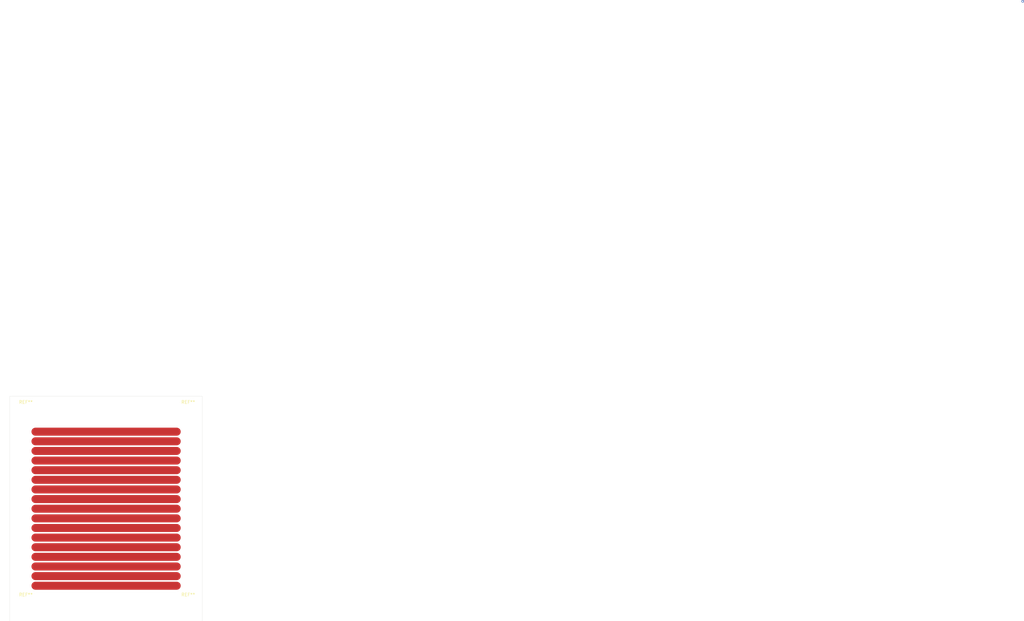
<source format=kicad_pcb>
(kicad_pcb (version 20171130) (host pcbnew 5.1.6-c6e7f7d~86~ubuntu18.04.1)

  (general
    (thickness 1.6)
    (drawings 40)
    (tracks 18)
    (zones 0)
    (modules 4)
    (nets 1)
  )

  (page A4)
  (layers
    (0 F.Cu signal)
    (31 B.Cu signal)
    (32 B.Adhes user)
    (33 F.Adhes user)
    (34 B.Paste user)
    (35 F.Paste user)
    (36 B.SilkS user)
    (37 F.SilkS user)
    (38 B.Mask user)
    (39 F.Mask user)
    (40 Dwgs.User user)
    (41 Cmts.User user)
    (42 Eco1.User user)
    (43 Eco2.User user)
    (44 Edge.Cuts user)
    (45 Margin user)
    (46 B.CrtYd user)
    (47 F.CrtYd user)
    (48 B.Fab user)
    (49 F.Fab user)
  )

  (setup
    (last_trace_width 0.25)
    (trace_clearance 0.2)
    (zone_clearance 0.508)
    (zone_45_only no)
    (trace_min 0.2)
    (via_size 0.8)
    (via_drill 0.4)
    (via_min_size 0.4)
    (via_min_drill 0.3)
    (uvia_size 0.3)
    (uvia_drill 0.1)
    (uvias_allowed no)
    (uvia_min_size 0.2)
    (uvia_min_drill 0.1)
    (edge_width 0.05)
    (segment_width 0.2)
    (pcb_text_width 0.3)
    (pcb_text_size 1.5 1.5)
    (mod_edge_width 0.12)
    (mod_text_size 1 1)
    (mod_text_width 0.15)
    (pad_size 2.1 2.1)
    (pad_drill 2.1)
    (pad_to_mask_clearance 0.051)
    (solder_mask_min_width 0.25)
    (aux_axis_origin 0 0)
    (visible_elements 7FFFFFFF)
    (pcbplotparams
      (layerselection 0x010fc_ffffffff)
      (usegerberextensions false)
      (usegerberattributes false)
      (usegerberadvancedattributes false)
      (creategerberjobfile false)
      (excludeedgelayer true)
      (linewidth 0.100000)
      (plotframeref false)
      (viasonmask false)
      (mode 1)
      (useauxorigin false)
      (hpglpennumber 1)
      (hpglpenspeed 20)
      (hpglpendiameter 15.000000)
      (psnegative false)
      (psa4output false)
      (plotreference true)
      (plotvalue true)
      (plotinvisibletext false)
      (padsonsilk false)
      (subtractmaskfromsilk false)
      (outputformat 1)
      (mirror false)
      (drillshape 0)
      (scaleselection 1)
      (outputdirectory "../../../Desktop/LANL_B0/"))
  )

  (net 0 "")

  (net_class Default "This is the default net class."
    (clearance 0.2)
    (trace_width 0.25)
    (via_dia 0.8)
    (via_drill 0.4)
    (uvia_dia 0.3)
    (uvia_drill 0.1)
  )

  (module MountingHole:MountingHole_2.1mm (layer F.Cu) (tedit 5E629D85) (tstamp 5E62A05A)
    (at 68.58 78)
    (descr "Mounting Hole 2.1mm, no annular")
    (tags "mounting hole 2.1mm no annular")
    (attr virtual)
    (fp_text reference REF** (at 0 -3.2) (layer F.SilkS)
      (effects (font (size 1 1) (thickness 0.15)))
    )
    (fp_text value MountingHole_2.1mm (at 0 3.2) (layer F.Fab)
      (effects (font (size 1 1) (thickness 0.15)))
    )
    (fp_circle (center 0 0) (end 2.35 0) (layer F.CrtYd) (width 0.05))
    (fp_circle (center 0 0) (end 2.1 0) (layer Cmts.User) (width 0.15))
    (fp_text user %R (at 0.3 0) (layer F.Fab)
      (effects (font (size 1 1) (thickness 0.15)))
    )
    (pad "" np_thru_hole circle (at 0 0) (size 2.1 2.1) (drill 2.1) (layers *.Cu *.Mask))
  )

  (module MountingHole:MountingHole_2.1mm (layer F.Cu) (tedit 5E629F81) (tstamp 5E629E72)
    (at 68.58 18)
    (descr "Mounting Hole 2.1mm, no annular")
    (tags "mounting hole 2.1mm no annular")
    (attr virtual)
    (fp_text reference REF** (at 0 -3.2) (layer F.SilkS)
      (effects (font (size 1 1) (thickness 0.15)))
    )
    (fp_text value MountingHole_2.1mm (at 0 3.2) (layer F.Fab)
      (effects (font (size 1 1) (thickness 0.15)))
    )
    (fp_circle (center 0 0) (end 2.35 0) (layer F.CrtYd) (width 0.05))
    (fp_circle (center 0 0) (end 2.1 0) (layer Cmts.User) (width 0.15))
    (fp_text user %R (at 0.3 0) (layer F.Fab)
      (effects (font (size 1 1) (thickness 0.15)))
    )
    (pad "" np_thru_hole circle (at 0 0) (size 2.1 2.1) (drill 2.1) (layers *.Cu *.Mask))
  )

  (module MountingHole:MountingHole_2.1mm (layer F.Cu) (tedit 5E629D85) (tstamp 5E629DE6)
    (at 18 18)
    (descr "Mounting Hole 2.1mm, no annular")
    (tags "mounting hole 2.1mm no annular")
    (attr virtual)
    (fp_text reference REF** (at 0 -3.2) (layer F.SilkS)
      (effects (font (size 1 1) (thickness 0.15)))
    )
    (fp_text value MountingHole_2.1mm (at 0 3.2) (layer F.Fab)
      (effects (font (size 1 1) (thickness 0.15)))
    )
    (fp_circle (center 0 0) (end 2.35 0) (layer F.CrtYd) (width 0.05))
    (fp_circle (center 0 0) (end 2.1 0) (layer Cmts.User) (width 0.15))
    (fp_text user %R (at 0.3 0) (layer F.Fab)
      (effects (font (size 1 1) (thickness 0.15)))
    )
    (pad "" np_thru_hole circle (at 0 0) (size 2.1 2.1) (drill 2.1) (layers *.Cu *.Mask))
  )

  (module MountingHole:MountingHole_2.1mm (layer F.Cu) (tedit 5E629D85) (tstamp 5E629DA4)
    (at 18 78)
    (descr "Mounting Hole 2.1mm, no annular")
    (tags "mounting hole 2.1mm no annular")
    (attr virtual)
    (fp_text reference REF** (at 0 -3.2) (layer F.SilkS)
      (effects (font (size 1 1) (thickness 0.15)))
    )
    (fp_text value MountingHole_2.1mm (at 0 3.2) (layer F.Fab)
      (effects (font (size 1 1) (thickness 0.15)))
    )
    (fp_circle (center 0 0) (end 2.1 0) (layer Cmts.User) (width 0.15))
    (fp_circle (center 0 0) (end 2.35 0) (layer F.CrtYd) (width 0.05))
    (fp_text user %R (at 0.3 0) (layer F.Fab)
      (effects (font (size 1 1) (thickness 0.15)))
    )
    (pad "" np_thru_hole circle (at 0 0) (size 2.1 2.1) (drill 2.1) (layers *.Cu *.Mask))
  )

  (gr_circle (center 43 77.96) (end 43.5 77.96) (layer Dwgs.User) (width 0.15))
  (gr_circle (center 43.04 16.5) (end 43.54 16.5) (layer Dwgs.User) (width 0.15))
  (gr_poly (pts (xy 64 73.255) (xy 59.09 73.25) (xy 59.08 70.74) (xy 64 70.74)) (layer F.Mask) (width 0.1) (tstamp 5F1970CB))
  (gr_poly (pts (xy 64 70.255) (xy 59.09 70.25) (xy 59.08 67.74) (xy 64 67.74)) (layer F.Mask) (width 0.1) (tstamp 5F1970C9))
  (gr_poly (pts (xy 64 67.255) (xy 59.09 67.25) (xy 59.08 64.74) (xy 64 64.74)) (layer F.Mask) (width 0.1) (tstamp 5F1970C7))
  (gr_poly (pts (xy 64 64.255) (xy 59.09 64.25) (xy 59.08 61.74) (xy 64 61.74)) (layer F.Mask) (width 0.1) (tstamp 5F1970C5))
  (gr_poly (pts (xy 64 61.255) (xy 59.09 61.25) (xy 59.08 58.74) (xy 64 58.74)) (layer F.Mask) (width 0.1) (tstamp 5F1970C3))
  (gr_poly (pts (xy 64 58.255) (xy 59.09 58.25) (xy 59.08 55.74) (xy 64 55.74)) (layer F.Mask) (width 0.1) (tstamp 5F1970C1))
  (gr_poly (pts (xy 64 55.255) (xy 59.09 55.25) (xy 59.08 52.74) (xy 64 52.74)) (layer F.Mask) (width 0.1) (tstamp 5F1970BF))
  (gr_poly (pts (xy 64 52.255) (xy 59.09 52.25) (xy 59.08 49.74) (xy 64 49.74)) (layer F.Mask) (width 0.1) (tstamp 5F1970BD))
  (gr_poly (pts (xy 64 49.255) (xy 59.09 49.25) (xy 59.08 46.74) (xy 64 46.74)) (layer F.Mask) (width 0.1) (tstamp 5F1970BB))
  (gr_poly (pts (xy 64 46.255) (xy 59.09 46.25) (xy 59.08 43.74) (xy 64 43.74)) (layer F.Mask) (width 0.1) (tstamp 5F1970B9))
  (gr_poly (pts (xy 64 43.255) (xy 59.09 43.25) (xy 59.08 40.74) (xy 64 40.74)) (layer F.Mask) (width 0.1) (tstamp 5F1970B7))
  (gr_poly (pts (xy 64 40.255) (xy 59.09 40.25) (xy 59.08 37.74) (xy 64 37.74)) (layer F.Mask) (width 0.1) (tstamp 5F1970B5))
  (gr_poly (pts (xy 64 37.255) (xy 59.09 37.25) (xy 59.08 34.74) (xy 64 34.74)) (layer F.Mask) (width 0.1) (tstamp 5F1970B3))
  (gr_poly (pts (xy 64 34.255) (xy 59.09 34.25) (xy 59.08 31.74) (xy 64 31.74)) (layer F.Mask) (width 0.1) (tstamp 5F1970B1))
  (gr_poly (pts (xy 64 31.255) (xy 59.09 31.25) (xy 59.08 28.74) (xy 64 28.74)) (layer F.Mask) (width 0.1) (tstamp 5F1970AF))
  (gr_poly (pts (xy 64 28.255) (xy 59.09 28.25) (xy 59.08 25.74) (xy 64 25.74)) (layer F.Mask) (width 0.1) (tstamp 5F1970AD))
  (gr_poly (pts (xy 64 25.255) (xy 59.09 25.25) (xy 59.08 22.74) (xy 64 22.74)) (layer F.Mask) (width 0.1) (tstamp 5F197028))
  (gr_poly (pts (xy 26.87 73.24) (xy 21.94 73.23) (xy 21.95 70.715) (xy 26.87 70.725)) (layer F.Mask) (width 0.1) (tstamp 5F197022))
  (gr_poly (pts (xy 26.87 70.24) (xy 21.94 70.23) (xy 21.95 67.715) (xy 26.87 67.725)) (layer F.Mask) (width 0.1) (tstamp 5F197020))
  (gr_poly (pts (xy 26.87 67.24) (xy 21.94 67.23) (xy 21.95 64.715) (xy 26.87 64.725)) (layer F.Mask) (width 0.1) (tstamp 5F19701E))
  (gr_poly (pts (xy 26.87 64.24) (xy 21.94 64.23) (xy 21.95 61.715) (xy 26.87 61.725)) (layer F.Mask) (width 0.1) (tstamp 5F19701C))
  (gr_poly (pts (xy 26.87 61.24) (xy 21.94 61.23) (xy 21.95 58.715) (xy 26.87 58.725)) (layer F.Mask) (width 0.1) (tstamp 5F19701A))
  (gr_poly (pts (xy 26.87 58.24) (xy 21.94 58.23) (xy 21.95 55.715) (xy 26.87 55.725)) (layer F.Mask) (width 0.1) (tstamp 5F197018))
  (gr_poly (pts (xy 26.87 55.24) (xy 21.94 55.23) (xy 21.95 52.715) (xy 26.87 52.725)) (layer F.Mask) (width 0.1) (tstamp 5F197016))
  (gr_poly (pts (xy 26.87 52.24) (xy 21.94 52.23) (xy 21.95 49.715) (xy 26.87 49.725)) (layer F.Mask) (width 0.1) (tstamp 5F197014))
  (gr_poly (pts (xy 26.87 49.24) (xy 21.94 49.23) (xy 21.95 46.715) (xy 26.87 46.725)) (layer F.Mask) (width 0.1) (tstamp 5F197012))
  (gr_poly (pts (xy 26.87 46.24) (xy 21.94 46.23) (xy 21.95 43.715) (xy 26.87 43.725)) (layer F.Mask) (width 0.1) (tstamp 5F197010))
  (gr_poly (pts (xy 26.87 43.24) (xy 21.94 43.23) (xy 21.95 40.715) (xy 26.87 40.725)) (layer F.Mask) (width 0.1) (tstamp 5F19700E))
  (gr_poly (pts (xy 26.87 40.24) (xy 21.94 40.23) (xy 21.95 37.715) (xy 26.87 37.725)) (layer F.Mask) (width 0.1) (tstamp 5F19700C))
  (gr_poly (pts (xy 26.87 37.24) (xy 21.94 37.23) (xy 21.95 34.715) (xy 26.87 34.725)) (layer F.Mask) (width 0.1) (tstamp 5F19700A))
  (gr_poly (pts (xy 26.87 34.24) (xy 21.94 34.23) (xy 21.95 31.715) (xy 26.87 31.725)) (layer F.Mask) (width 0.1) (tstamp 5F197008))
  (gr_poly (pts (xy 26.87 31.24) (xy 21.94 31.23) (xy 21.95 28.715) (xy 26.87 28.725)) (layer F.Mask) (width 0.1) (tstamp 5F197006))
  (gr_poly (pts (xy 26.87 28.24) (xy 21.94 28.23) (xy 21.95 25.715) (xy 26.87 25.725)) (layer F.Mask) (width 0.1) (tstamp 5F197004))
  (gr_poly (pts (xy 26.87 25.24) (xy 21.94 25.23) (xy 21.95 22.715) (xy 26.87 22.725)) (layer F.Mask) (width 0.1))
  (gr_line (start 13 83) (end 73 83) (layer Edge.Cuts) (width 0.05) (tstamp 5E6020A2))
  (gr_line (start 13 13) (end 13 83) (layer Edge.Cuts) (width 0.05))
  (gr_line (start 73 13) (end 73 83) (layer Edge.Cuts) (width 0.05))
  (gr_line (start 13 13) (end 73 13) (layer Edge.Cuts) (width 0.05))

  (via (at 328.6 -110.1) (size 0.8) (drill 0.4) (layers F.Cu B.Cu) (net 0))
  (segment (start 21 24) (end 65 24) (width 2.5) (layer F.Cu) (net 0))
  (segment (start 21 27) (end 65 27) (width 2.5) (layer F.Cu) (net 0) (tstamp 5F18A0B9))
  (segment (start 21 30) (end 65 30) (width 2.5) (layer F.Cu) (net 0) (tstamp 5F18A0BB))
  (segment (start 21 33) (end 65 33) (width 2.5) (layer F.Cu) (net 0) (tstamp 5F18A0BD))
  (segment (start 21 36) (end 65 36) (width 2.5) (layer F.Cu) (net 0) (tstamp 5F18A0BF))
  (segment (start 21 39) (end 65 39) (width 2.5) (layer F.Cu) (net 0) (tstamp 5F18A0C1))
  (segment (start 21 42) (end 65 42) (width 2.5) (layer F.Cu) (net 0) (tstamp 5F18A0C3))
  (segment (start 21 45) (end 65 45) (width 2.5) (layer F.Cu) (net 0) (tstamp 5F18A0C5))
  (segment (start 21 48) (end 65 48) (width 2.5) (layer F.Cu) (net 0) (tstamp 5F18A0C7))
  (segment (start 21 51) (end 65 51) (width 2.5) (layer F.Cu) (net 0) (tstamp 5F18A0C9))
  (segment (start 21 54) (end 65 54) (width 2.5) (layer F.Cu) (net 0) (tstamp 5F18A0CB))
  (segment (start 21 57) (end 65 57) (width 2.5) (layer F.Cu) (net 0) (tstamp 5F18A0CD))
  (segment (start 21 60) (end 65 60) (width 2.5) (layer F.Cu) (net 0) (tstamp 5F18A0CF))
  (segment (start 21 63) (end 65 63) (width 2.5) (layer F.Cu) (net 0) (tstamp 5F18A0D1))
  (segment (start 21 66) (end 65 66) (width 2.5) (layer F.Cu) (net 0) (tstamp 5F18A0D3))
  (segment (start 21 69) (end 65 69) (width 2.5) (layer F.Cu) (net 0) (tstamp 5F18A0D5))
  (segment (start 21 72) (end 65 72) (width 2.5) (layer F.Cu) (net 0) (tstamp 5F18A0D7))

)

</source>
